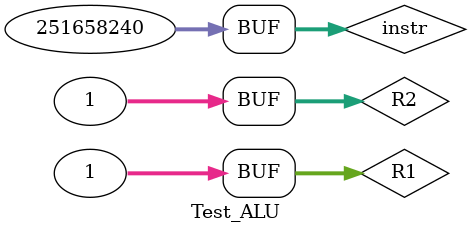
<source format=v>
module Test_ALU;
reg [31:0]R1,R2,instr;
wire[3:0]FLG;
wire[32:0]out;


initial
begin
R1=0; R2=0; instr=32'b00000110000110000000000000100000;//load 4
#10 R1=0; R2=0; instr=32'b00000110010000000000000000100000;//load 4
#10 R1=4; R2=4; instr=32'b00001000000000011100000000000000;// cmp r1,r2
#10 R1=4; R2=4; instr=32'b00100000000010011100000000000000;//ADDGT R1, R3, R8
#10 R1=4; R2=4; instr=32'b00010010000100011100000001000001;//MULEQ R2, R3, R8 LSR#1
#10 R1=4; R2=8; instr=32'b00000001101111000001000000000000;//SUBS R7, R8, R2
#10 R1=1; R2=1; instr=32'b00001111000000000000000000000000;//nop
#10 R1=1; R2=1; instr=32'b00001111000000000000000000000000;//nop


end

initial
begin
$monitor($time, "R1.=%d, R2.=%d,instr.=%b,FLG.=%b,OUT.=%b",R1,R2,instr,FLG,out);
end
simple_ALU test(R1,R2,instr,FLG,out);// Add MUT(.Sum(Result), .A(in1), .B(in2));
endmodule
</source>
